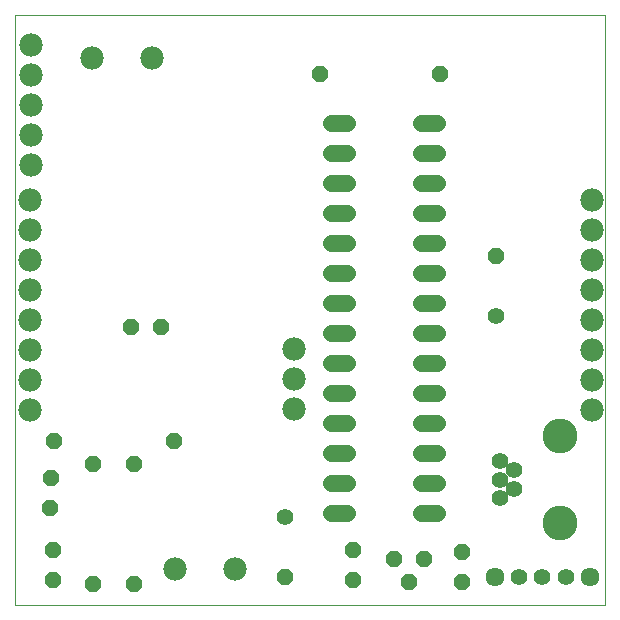
<source format=gts>
G04 EAGLE Gerber X2 export*
%TF.Part,Single*%
%TF.FileFunction,Other,Solder Mask top*%
%TF.FilePolarity,Positive*%
%TF.GenerationSoftware,Autodesk,EAGLE,8.7.1*%
%TF.CreationDate,2018-04-17T03:08:04Z*%
G75*
%MOMM*%
%FSLAX34Y34*%
%LPD*%
%AMOC8*
5,1,8,0,0,1.08239X$1,22.5*%
G01*
%ADD10C,0.000000*%
%ADD11C,1.981200*%
%ADD12P,1.539592X8X22.500000*%
%ADD13P,1.539592X8X292.500000*%
%ADD14C,1.422400*%
%ADD15P,1.539592X8X112.500000*%
%ADD16C,1.409600*%
%ADD17C,2.951600*%
%ADD18P,1.539592X8X110.700000*%
%ADD19P,1.539592X8X202.500000*%
%ADD20C,1.422400*%
%ADD21C,1.609600*%


D10*
X0Y0D02*
X500000Y0D01*
X500000Y500000D01*
X0Y500000D01*
X0Y0D01*
D11*
X12700Y165100D03*
X12700Y190500D03*
X12700Y215900D03*
X12700Y241300D03*
X12700Y266700D03*
X12700Y292100D03*
X12700Y317500D03*
X12700Y342900D03*
X488950Y165100D03*
X488950Y190500D03*
X488950Y215900D03*
X488950Y241300D03*
X488950Y266700D03*
X488950Y292100D03*
X488950Y317500D03*
X488950Y342900D03*
D12*
X98200Y235900D03*
X123600Y235900D03*
D13*
X286770Y46690D03*
X286770Y21290D03*
X378870Y44650D03*
X378870Y19250D03*
D14*
X407400Y245100D03*
D15*
X407400Y295900D03*
D14*
X228400Y75000D03*
D13*
X228400Y24200D03*
D16*
X410560Y90370D03*
X410560Y106370D03*
X410560Y122370D03*
X422560Y98370D03*
X422560Y114370D03*
D17*
X461560Y142870D03*
X461560Y69870D03*
D13*
X32100Y46500D03*
X32100Y21100D03*
D18*
X29701Y82446D03*
X30499Y107834D03*
D13*
X66400Y119820D03*
X66400Y18220D03*
D19*
X134870Y138780D03*
X33270Y138780D03*
D12*
X258700Y449900D03*
X360300Y449900D03*
D13*
X101150Y119790D03*
X101150Y18190D03*
D20*
X267796Y408600D02*
X281004Y408600D01*
X281004Y383200D02*
X267796Y383200D01*
X267796Y357800D02*
X281004Y357800D01*
X281004Y332400D02*
X267796Y332400D01*
X267796Y307000D02*
X281004Y307000D01*
X281004Y281600D02*
X267796Y281600D01*
X267796Y256200D02*
X281004Y256200D01*
X281004Y230800D02*
X267796Y230800D01*
X267796Y205400D02*
X281004Y205400D01*
X281004Y180000D02*
X267796Y180000D01*
X267796Y154600D02*
X281004Y154600D01*
X281004Y129200D02*
X267796Y129200D01*
X267796Y103800D02*
X281004Y103800D01*
X281004Y78400D02*
X267796Y78400D01*
X343996Y78400D02*
X357204Y78400D01*
X357204Y103800D02*
X343996Y103800D01*
X343996Y129200D02*
X357204Y129200D01*
X357204Y154600D02*
X343996Y154600D01*
X343996Y180000D02*
X357204Y180000D01*
X357204Y205400D02*
X343996Y205400D01*
X343996Y230800D02*
X357204Y230800D01*
X357204Y256200D02*
X343996Y256200D01*
X343996Y281600D02*
X357204Y281600D01*
X357204Y307000D02*
X343996Y307000D01*
X343996Y332400D02*
X357204Y332400D01*
X357204Y357800D02*
X343996Y357800D01*
X343996Y383200D02*
X357204Y383200D01*
X357204Y408600D02*
X343996Y408600D01*
D21*
X486620Y24000D03*
X406620Y24000D03*
D16*
X466620Y24000D03*
X446620Y24000D03*
X426620Y24000D03*
D19*
X321400Y39100D03*
X334100Y20050D03*
X346800Y39100D03*
D11*
X65200Y462900D03*
X116000Y462900D03*
X186800Y31000D03*
X136000Y31000D03*
X14080Y473990D03*
X14080Y448590D03*
X14080Y423190D03*
X14080Y397790D03*
X14080Y372390D03*
X236450Y216870D03*
X236450Y191470D03*
X236450Y166070D03*
M02*

</source>
